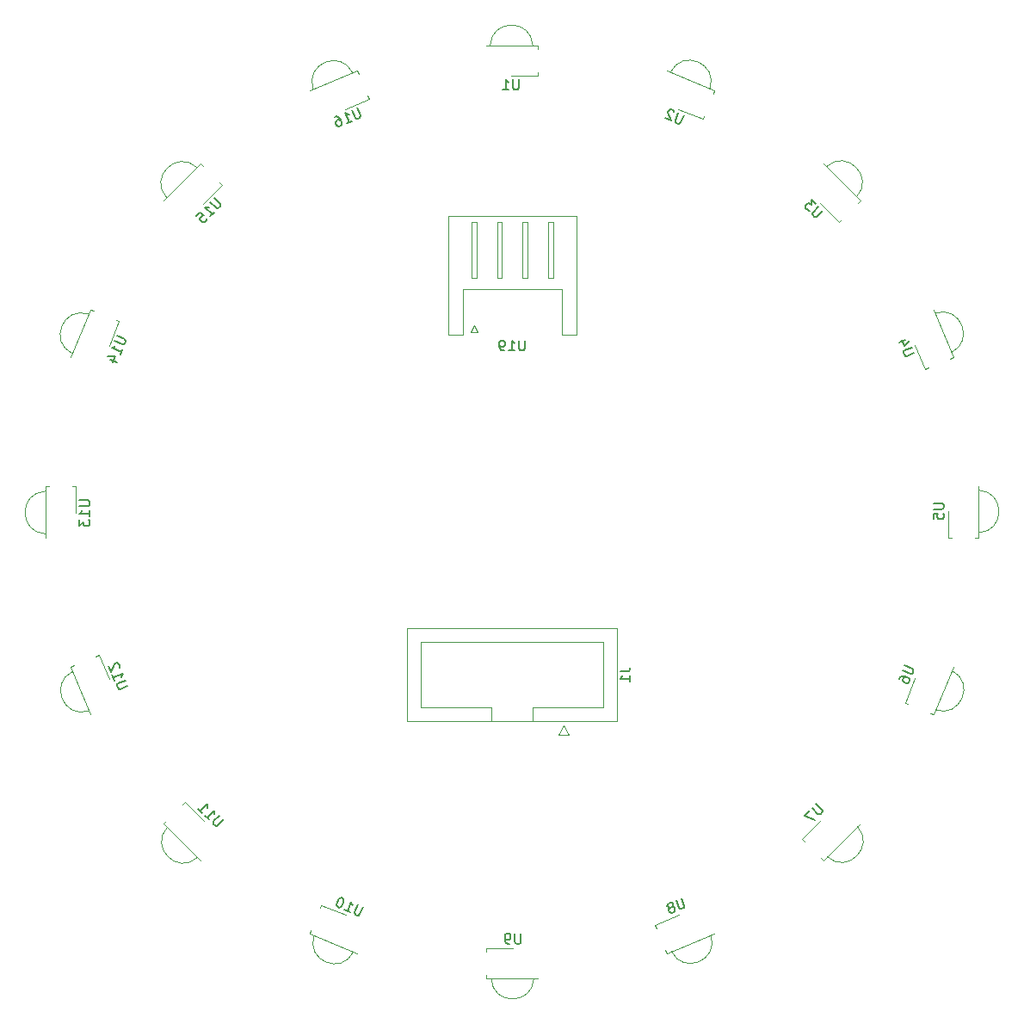
<source format=gbr>
%TF.GenerationSoftware,KiCad,Pcbnew,7.0.9*%
%TF.CreationDate,2024-06-22T15:13:25+09:00*%
%TF.ProjectId,Sensor,53656e73-6f72-42e6-9b69-6361645f7063,rev?*%
%TF.SameCoordinates,Original*%
%TF.FileFunction,Legend,Bot*%
%TF.FilePolarity,Positive*%
%FSLAX46Y46*%
G04 Gerber Fmt 4.6, Leading zero omitted, Abs format (unit mm)*
G04 Created by KiCad (PCBNEW 7.0.9) date 2024-06-22 15:13:25*
%MOMM*%
%LPD*%
G01*
G04 APERTURE LIST*
%ADD10C,0.150000*%
%ADD11C,0.120000*%
G04 APERTURE END LIST*
D10*
X169058374Y-126855649D02*
X169368165Y-127603551D01*
X169368165Y-127603551D02*
X169360617Y-127709763D01*
X169360617Y-127709763D02*
X169334846Y-127771980D01*
X169334846Y-127771980D02*
X169265080Y-127852420D01*
X169265080Y-127852420D02*
X169089103Y-127925312D01*
X169089103Y-127925312D02*
X168982892Y-127917764D01*
X168982892Y-127917764D02*
X168920674Y-127891993D01*
X168920674Y-127891993D02*
X168840234Y-127822227D01*
X168840234Y-127822227D02*
X168530443Y-127074325D01*
X168122525Y-127707173D02*
X168192290Y-127626732D01*
X168192290Y-127626732D02*
X168218061Y-127564515D01*
X168218061Y-127564515D02*
X168225610Y-127458303D01*
X168225610Y-127458303D02*
X168207387Y-127414309D01*
X168207387Y-127414309D02*
X168126946Y-127344544D01*
X168126946Y-127344544D02*
X168064729Y-127318772D01*
X168064729Y-127318772D02*
X167958517Y-127311224D01*
X167958517Y-127311224D02*
X167782540Y-127384116D01*
X167782540Y-127384116D02*
X167712775Y-127464557D01*
X167712775Y-127464557D02*
X167687004Y-127526774D01*
X167687004Y-127526774D02*
X167679455Y-127632985D01*
X167679455Y-127632985D02*
X167697678Y-127676980D01*
X167697678Y-127676980D02*
X167778119Y-127746745D01*
X167778119Y-127746745D02*
X167840336Y-127772516D01*
X167840336Y-127772516D02*
X167946548Y-127780065D01*
X167946548Y-127780065D02*
X168122525Y-127707173D01*
X168122525Y-127707173D02*
X168228736Y-127714721D01*
X168228736Y-127714721D02*
X168290953Y-127740492D01*
X168290953Y-127740492D02*
X168371394Y-127810257D01*
X168371394Y-127810257D02*
X168444286Y-127986235D01*
X168444286Y-127986235D02*
X168436738Y-128092446D01*
X168436738Y-128092446D02*
X168410966Y-128154663D01*
X168410966Y-128154663D02*
X168341201Y-128235104D01*
X168341201Y-128235104D02*
X168165224Y-128307996D01*
X168165224Y-128307996D02*
X168059012Y-128300448D01*
X168059012Y-128300448D02*
X167996795Y-128274676D01*
X167996795Y-128274676D02*
X167916355Y-128204911D01*
X167916355Y-128204911D02*
X167843463Y-128028934D01*
X167843463Y-128028934D02*
X167851011Y-127922722D01*
X167851011Y-127922722D02*
X167876782Y-127860505D01*
X167876782Y-127860505D02*
X167946548Y-127780065D01*
X153663494Y-71987619D02*
X153663494Y-72797142D01*
X153663494Y-72797142D02*
X153615875Y-72892380D01*
X153615875Y-72892380D02*
X153568256Y-72940000D01*
X153568256Y-72940000D02*
X153473018Y-72987619D01*
X153473018Y-72987619D02*
X153282542Y-72987619D01*
X153282542Y-72987619D02*
X153187304Y-72940000D01*
X153187304Y-72940000D02*
X153139685Y-72892380D01*
X153139685Y-72892380D02*
X153092066Y-72797142D01*
X153092066Y-72797142D02*
X153092066Y-71987619D01*
X152092066Y-72987619D02*
X152663494Y-72987619D01*
X152377780Y-72987619D02*
X152377780Y-71987619D01*
X152377780Y-71987619D02*
X152473018Y-72130476D01*
X152473018Y-72130476D02*
X152568256Y-72225714D01*
X152568256Y-72225714D02*
X152663494Y-72273333D01*
X151615875Y-72987619D02*
X151425399Y-72987619D01*
X151425399Y-72987619D02*
X151330161Y-72940000D01*
X151330161Y-72940000D02*
X151282542Y-72892380D01*
X151282542Y-72892380D02*
X151187304Y-72749523D01*
X151187304Y-72749523D02*
X151139685Y-72559047D01*
X151139685Y-72559047D02*
X151139685Y-72178095D01*
X151139685Y-72178095D02*
X151187304Y-72082857D01*
X151187304Y-72082857D02*
X151234923Y-72035238D01*
X151234923Y-72035238D02*
X151330161Y-71987619D01*
X151330161Y-71987619D02*
X151520637Y-71987619D01*
X151520637Y-71987619D02*
X151615875Y-72035238D01*
X151615875Y-72035238D02*
X151663494Y-72082857D01*
X151663494Y-72082857D02*
X151711113Y-72178095D01*
X151711113Y-72178095D02*
X151711113Y-72416190D01*
X151711113Y-72416190D02*
X151663494Y-72511428D01*
X151663494Y-72511428D02*
X151615875Y-72559047D01*
X151615875Y-72559047D02*
X151520637Y-72606666D01*
X151520637Y-72606666D02*
X151330161Y-72606666D01*
X151330161Y-72606666D02*
X151234923Y-72559047D01*
X151234923Y-72559047D02*
X151187304Y-72511428D01*
X151187304Y-72511428D02*
X151139685Y-72416190D01*
X137757160Y-127690510D02*
X137447368Y-128438413D01*
X137447368Y-128438413D02*
X137366928Y-128508178D01*
X137366928Y-128508178D02*
X137304711Y-128533950D01*
X137304711Y-128533950D02*
X137198499Y-128541498D01*
X137198499Y-128541498D02*
X137022522Y-128468606D01*
X137022522Y-128468606D02*
X136952757Y-128388165D01*
X136952757Y-128388165D02*
X136926985Y-128325948D01*
X136926985Y-128325948D02*
X136919437Y-128219737D01*
X136919437Y-128219737D02*
X137229228Y-127471834D01*
X135922666Y-128013030D02*
X136450597Y-128231706D01*
X136186631Y-128122368D02*
X136569315Y-127198489D01*
X136569315Y-127198489D02*
X136602634Y-127366918D01*
X136602634Y-127366918D02*
X136654177Y-127491352D01*
X136654177Y-127491352D02*
X136723942Y-127571792D01*
X135733424Y-126852251D02*
X135645435Y-126815805D01*
X135645435Y-126815805D02*
X135539223Y-126823354D01*
X135539223Y-126823354D02*
X135477006Y-126849125D01*
X135477006Y-126849125D02*
X135396566Y-126918890D01*
X135396566Y-126918890D02*
X135279680Y-127076644D01*
X135279680Y-127076644D02*
X135188564Y-127296616D01*
X135188564Y-127296616D02*
X135159667Y-127490816D01*
X135159667Y-127490816D02*
X135167215Y-127597027D01*
X135167215Y-127597027D02*
X135192986Y-127659245D01*
X135192986Y-127659245D02*
X135262752Y-127739685D01*
X135262752Y-127739685D02*
X135350740Y-127776131D01*
X135350740Y-127776131D02*
X135456952Y-127768583D01*
X135456952Y-127768583D02*
X135519169Y-127742811D01*
X135519169Y-127742811D02*
X135599609Y-127673046D01*
X135599609Y-127673046D02*
X135716496Y-127515292D01*
X135716496Y-127515292D02*
X135807611Y-127295321D01*
X135807611Y-127295321D02*
X135836508Y-127101121D01*
X135836508Y-127101121D02*
X135828960Y-126994909D01*
X135828960Y-126994909D02*
X135803189Y-126932692D01*
X135803189Y-126932692D02*
X135733424Y-126852251D01*
X191979148Y-73199178D02*
X191231246Y-73508969D01*
X191231246Y-73508969D02*
X191125034Y-73501421D01*
X191125034Y-73501421D02*
X191062817Y-73475650D01*
X191062817Y-73475650D02*
X190982377Y-73405884D01*
X190982377Y-73405884D02*
X190909485Y-73229907D01*
X190909485Y-73229907D02*
X190917033Y-73123696D01*
X190917033Y-73123696D02*
X190942804Y-73061478D01*
X190942804Y-73061478D02*
X191012570Y-72981038D01*
X191012570Y-72981038D02*
X191760472Y-72671247D01*
X191106275Y-71962917D02*
X190490355Y-72218039D01*
X191549344Y-72037104D02*
X190980545Y-72530421D01*
X190980545Y-72530421D02*
X190743646Y-71958495D01*
X137172120Y-49105621D02*
X137481912Y-49853523D01*
X137481912Y-49853523D02*
X137474363Y-49959735D01*
X137474363Y-49959735D02*
X137448592Y-50021952D01*
X137448592Y-50021952D02*
X137378827Y-50102392D01*
X137378827Y-50102392D02*
X137202850Y-50175284D01*
X137202850Y-50175284D02*
X137096638Y-50167736D01*
X137096638Y-50167736D02*
X137034421Y-50141965D01*
X137034421Y-50141965D02*
X136953980Y-50072199D01*
X136953980Y-50072199D02*
X136644189Y-49324297D01*
X136102993Y-50630860D02*
X136630924Y-50412184D01*
X136366959Y-50521522D02*
X135984275Y-49597642D01*
X135984275Y-49597642D02*
X136126933Y-49693179D01*
X136126933Y-49693179D02*
X136251367Y-49744721D01*
X136251367Y-49744721D02*
X136357579Y-49752270D01*
X134928413Y-50034995D02*
X135104390Y-49962103D01*
X135104390Y-49962103D02*
X135210601Y-49969651D01*
X135210601Y-49969651D02*
X135272819Y-49995422D01*
X135272819Y-49995422D02*
X135415476Y-50090959D01*
X135415476Y-50090959D02*
X135532363Y-50248713D01*
X135532363Y-50248713D02*
X135678147Y-50600667D01*
X135678147Y-50600667D02*
X135670599Y-50706878D01*
X135670599Y-50706878D02*
X135644827Y-50769096D01*
X135644827Y-50769096D02*
X135575062Y-50849536D01*
X135575062Y-50849536D02*
X135399085Y-50922428D01*
X135399085Y-50922428D02*
X135292873Y-50914880D01*
X135292873Y-50914880D02*
X135230656Y-50889109D01*
X135230656Y-50889109D02*
X135150216Y-50819343D01*
X135150216Y-50819343D02*
X135059100Y-50599372D01*
X135059100Y-50599372D02*
X135066649Y-50493160D01*
X135066649Y-50493160D02*
X135092420Y-50430943D01*
X135092420Y-50430943D02*
X135162185Y-50350503D01*
X135162185Y-50350503D02*
X135338163Y-50277611D01*
X135338163Y-50277611D02*
X135444374Y-50285159D01*
X135444374Y-50285159D02*
X135506591Y-50310930D01*
X135506591Y-50310930D02*
X135587032Y-50380696D01*
X163034819Y-104543266D02*
X163749104Y-104543266D01*
X163749104Y-104543266D02*
X163891961Y-104495647D01*
X163891961Y-104495647D02*
X163987200Y-104400409D01*
X163987200Y-104400409D02*
X164034819Y-104257552D01*
X164034819Y-104257552D02*
X164034819Y-104162314D01*
X164034819Y-105543266D02*
X164034819Y-104971838D01*
X164034819Y-105257552D02*
X163034819Y-105257552D01*
X163034819Y-105257552D02*
X163177676Y-105162314D01*
X163177676Y-105162314D02*
X163272914Y-105067076D01*
X163272914Y-105067076D02*
X163320533Y-104971838D01*
X124014665Y-119131675D02*
X123442245Y-119704094D01*
X123442245Y-119704094D02*
X123341230Y-119737766D01*
X123341230Y-119737766D02*
X123273886Y-119737766D01*
X123273886Y-119737766D02*
X123172871Y-119704094D01*
X123172871Y-119704094D02*
X123038184Y-119569407D01*
X123038184Y-119569407D02*
X123004512Y-119468392D01*
X123004512Y-119468392D02*
X123004512Y-119401049D01*
X123004512Y-119401049D02*
X123038184Y-119300033D01*
X123038184Y-119300033D02*
X123610604Y-118727614D01*
X122196390Y-118727614D02*
X122600451Y-119131675D01*
X122398421Y-118929644D02*
X123105528Y-118222537D01*
X123105528Y-118222537D02*
X123071856Y-118390896D01*
X123071856Y-118390896D02*
X123071856Y-118525583D01*
X123071856Y-118525583D02*
X123105528Y-118626598D01*
X121522955Y-118054179D02*
X121927016Y-118458240D01*
X121724986Y-118256209D02*
X122432093Y-117549102D01*
X122432093Y-117549102D02*
X122398421Y-117717461D01*
X122398421Y-117717461D02*
X122398421Y-117852148D01*
X122398421Y-117852148D02*
X122432093Y-117953163D01*
X153071104Y-46304819D02*
X153071104Y-47114342D01*
X153071104Y-47114342D02*
X153023485Y-47209580D01*
X153023485Y-47209580D02*
X152975866Y-47257200D01*
X152975866Y-47257200D02*
X152880628Y-47304819D01*
X152880628Y-47304819D02*
X152690152Y-47304819D01*
X152690152Y-47304819D02*
X152594914Y-47257200D01*
X152594914Y-47257200D02*
X152547295Y-47209580D01*
X152547295Y-47209580D02*
X152499676Y-47114342D01*
X152499676Y-47114342D02*
X152499676Y-46304819D01*
X151499676Y-47304819D02*
X152071104Y-47304819D01*
X151785390Y-47304819D02*
X151785390Y-46304819D01*
X151785390Y-46304819D02*
X151880628Y-46447676D01*
X151880628Y-46447676D02*
X151975866Y-46542914D01*
X151975866Y-46542914D02*
X152071104Y-46590533D01*
X182970550Y-59245535D02*
X182398130Y-59817955D01*
X182398130Y-59817955D02*
X182297115Y-59851627D01*
X182297115Y-59851627D02*
X182229771Y-59851627D01*
X182229771Y-59851627D02*
X182128756Y-59817955D01*
X182128756Y-59817955D02*
X181994069Y-59683268D01*
X181994069Y-59683268D02*
X181960397Y-59582253D01*
X181960397Y-59582253D02*
X181960397Y-59514909D01*
X181960397Y-59514909D02*
X181994069Y-59413894D01*
X181994069Y-59413894D02*
X182566489Y-58841474D01*
X182297115Y-58572100D02*
X181859382Y-58134368D01*
X181859382Y-58134368D02*
X181825710Y-58639444D01*
X181825710Y-58639444D02*
X181724695Y-58538429D01*
X181724695Y-58538429D02*
X181623680Y-58504757D01*
X181623680Y-58504757D02*
X181556336Y-58504757D01*
X181556336Y-58504757D02*
X181455321Y-58538429D01*
X181455321Y-58538429D02*
X181286962Y-58706787D01*
X181286962Y-58706787D02*
X181253290Y-58807803D01*
X181253290Y-58807803D02*
X181253290Y-58875146D01*
X181253290Y-58875146D02*
X181286962Y-58976161D01*
X181286962Y-58976161D02*
X181488993Y-59178192D01*
X181488993Y-59178192D02*
X181590008Y-59211864D01*
X181590008Y-59211864D02*
X181657351Y-59211864D01*
X182327957Y-117589051D02*
X182900377Y-118161471D01*
X182900377Y-118161471D02*
X182934049Y-118262486D01*
X182934049Y-118262486D02*
X182934049Y-118329830D01*
X182934049Y-118329830D02*
X182900377Y-118430845D01*
X182900377Y-118430845D02*
X182765690Y-118565532D01*
X182765690Y-118565532D02*
X182664675Y-118599204D01*
X182664675Y-118599204D02*
X182597331Y-118599204D01*
X182597331Y-118599204D02*
X182496316Y-118565532D01*
X182496316Y-118565532D02*
X181923896Y-117993112D01*
X181654522Y-118262486D02*
X181183118Y-118733891D01*
X181183118Y-118733891D02*
X182193270Y-119137952D01*
X191041280Y-103949782D02*
X191789183Y-104259573D01*
X191789183Y-104259573D02*
X191858948Y-104340013D01*
X191858948Y-104340013D02*
X191884720Y-104402231D01*
X191884720Y-104402231D02*
X191892268Y-104508442D01*
X191892268Y-104508442D02*
X191819376Y-104684419D01*
X191819376Y-104684419D02*
X191738935Y-104754185D01*
X191738935Y-104754185D02*
X191676718Y-104779956D01*
X191676718Y-104779956D02*
X191570507Y-104787504D01*
X191570507Y-104787504D02*
X190822604Y-104477713D01*
X190476367Y-105313604D02*
X190549259Y-105137627D01*
X190549259Y-105137627D02*
X190629699Y-105067861D01*
X190629699Y-105067861D02*
X190691916Y-105042090D01*
X190691916Y-105042090D02*
X190860345Y-105008770D01*
X190860345Y-105008770D02*
X191054545Y-105037668D01*
X191054545Y-105037668D02*
X191406499Y-105183452D01*
X191406499Y-105183452D02*
X191476265Y-105263893D01*
X191476265Y-105263893D02*
X191502036Y-105326110D01*
X191502036Y-105326110D02*
X191509584Y-105432322D01*
X191509584Y-105432322D02*
X191436692Y-105608299D01*
X191436692Y-105608299D02*
X191356252Y-105678064D01*
X191356252Y-105678064D02*
X191294035Y-105703835D01*
X191294035Y-105703835D02*
X191187823Y-105711384D01*
X191187823Y-105711384D02*
X190967852Y-105620268D01*
X190967852Y-105620268D02*
X190898086Y-105539828D01*
X190898086Y-105539828D02*
X190872315Y-105477611D01*
X190872315Y-105477611D02*
X190864767Y-105371399D01*
X190864767Y-105371399D02*
X190937659Y-105195422D01*
X190937659Y-105195422D02*
X191018099Y-105125657D01*
X191018099Y-105125657D02*
X191080317Y-105099886D01*
X191080317Y-105099886D02*
X191186528Y-105092337D01*
X169307861Y-49801492D02*
X168998070Y-50549395D01*
X168998070Y-50549395D02*
X168917630Y-50619160D01*
X168917630Y-50619160D02*
X168855412Y-50644932D01*
X168855412Y-50644932D02*
X168749201Y-50652480D01*
X168749201Y-50652480D02*
X168573224Y-50579588D01*
X168573224Y-50579588D02*
X168503458Y-50499147D01*
X168503458Y-50499147D02*
X168477687Y-50436930D01*
X168477687Y-50436930D02*
X168470139Y-50330719D01*
X168470139Y-50330719D02*
X168779930Y-49582816D01*
X168347536Y-49506797D02*
X168321765Y-49444580D01*
X168321765Y-49444580D02*
X168251999Y-49364140D01*
X168251999Y-49364140D02*
X168032028Y-49273025D01*
X168032028Y-49273025D02*
X167925816Y-49280573D01*
X167925816Y-49280573D02*
X167863599Y-49306344D01*
X167863599Y-49306344D02*
X167783159Y-49376110D01*
X167783159Y-49376110D02*
X167746713Y-49464098D01*
X167746713Y-49464098D02*
X167736038Y-49614304D01*
X167736038Y-49614304D02*
X168045293Y-50360911D01*
X168045293Y-50360911D02*
X167473367Y-50124012D01*
X113516722Y-71519195D02*
X114264625Y-71828987D01*
X114264625Y-71828987D02*
X114334390Y-71909427D01*
X114334390Y-71909427D02*
X114360162Y-71971644D01*
X114360162Y-71971644D02*
X114367710Y-72077856D01*
X114367710Y-72077856D02*
X114294818Y-72253833D01*
X114294818Y-72253833D02*
X114214377Y-72323598D01*
X114214377Y-72323598D02*
X114152160Y-72349370D01*
X114152160Y-72349370D02*
X114045949Y-72356918D01*
X114045949Y-72356918D02*
X113298046Y-72047127D01*
X113839242Y-73353689D02*
X114057918Y-72825758D01*
X113948580Y-73089724D02*
X113024701Y-72707040D01*
X113024701Y-72707040D02*
X113193130Y-72673721D01*
X113193130Y-72673721D02*
X113317564Y-72622178D01*
X113317564Y-72622178D02*
X113398004Y-72552413D01*
X112895308Y-73890464D02*
X113511228Y-74145586D01*
X112634469Y-73524708D02*
X113385498Y-73578082D01*
X113385498Y-73578082D02*
X113148599Y-74150008D01*
X153252704Y-130338819D02*
X153252704Y-131148342D01*
X153252704Y-131148342D02*
X153205085Y-131243580D01*
X153205085Y-131243580D02*
X153157466Y-131291200D01*
X153157466Y-131291200D02*
X153062228Y-131338819D01*
X153062228Y-131338819D02*
X152871752Y-131338819D01*
X152871752Y-131338819D02*
X152776514Y-131291200D01*
X152776514Y-131291200D02*
X152728895Y-131243580D01*
X152728895Y-131243580D02*
X152681276Y-131148342D01*
X152681276Y-131148342D02*
X152681276Y-130338819D01*
X152157466Y-131338819D02*
X151966990Y-131338819D01*
X151966990Y-131338819D02*
X151871752Y-131291200D01*
X151871752Y-131291200D02*
X151824133Y-131243580D01*
X151824133Y-131243580D02*
X151728895Y-131100723D01*
X151728895Y-131100723D02*
X151681276Y-130910247D01*
X151681276Y-130910247D02*
X151681276Y-130529295D01*
X151681276Y-130529295D02*
X151728895Y-130434057D01*
X151728895Y-130434057D02*
X151776514Y-130386438D01*
X151776514Y-130386438D02*
X151871752Y-130338819D01*
X151871752Y-130338819D02*
X152062228Y-130338819D01*
X152062228Y-130338819D02*
X152157466Y-130386438D01*
X152157466Y-130386438D02*
X152205085Y-130434057D01*
X152205085Y-130434057D02*
X152252704Y-130529295D01*
X152252704Y-130529295D02*
X152252704Y-130767390D01*
X152252704Y-130767390D02*
X152205085Y-130862628D01*
X152205085Y-130862628D02*
X152157466Y-130910247D01*
X152157466Y-130910247D02*
X152062228Y-130957866D01*
X152062228Y-130957866D02*
X151871752Y-130957866D01*
X151871752Y-130957866D02*
X151776514Y-130910247D01*
X151776514Y-130910247D02*
X151728895Y-130862628D01*
X151728895Y-130862628D02*
X151681276Y-130767390D01*
X193871819Y-88014295D02*
X194681342Y-88014295D01*
X194681342Y-88014295D02*
X194776580Y-88061914D01*
X194776580Y-88061914D02*
X194824200Y-88109533D01*
X194824200Y-88109533D02*
X194871819Y-88204771D01*
X194871819Y-88204771D02*
X194871819Y-88395247D01*
X194871819Y-88395247D02*
X194824200Y-88490485D01*
X194824200Y-88490485D02*
X194776580Y-88538104D01*
X194776580Y-88538104D02*
X194681342Y-88585723D01*
X194681342Y-88585723D02*
X193871819Y-88585723D01*
X193871819Y-89538104D02*
X193871819Y-89061914D01*
X193871819Y-89061914D02*
X194348009Y-89014295D01*
X194348009Y-89014295D02*
X194300390Y-89061914D01*
X194300390Y-89061914D02*
X194252771Y-89157152D01*
X194252771Y-89157152D02*
X194252771Y-89395247D01*
X194252771Y-89395247D02*
X194300390Y-89490485D01*
X194300390Y-89490485D02*
X194348009Y-89538104D01*
X194348009Y-89538104D02*
X194443247Y-89585723D01*
X194443247Y-89585723D02*
X194681342Y-89585723D01*
X194681342Y-89585723D02*
X194776580Y-89538104D01*
X194776580Y-89538104D02*
X194824200Y-89490485D01*
X194824200Y-89490485D02*
X194871819Y-89395247D01*
X194871819Y-89395247D02*
X194871819Y-89157152D01*
X194871819Y-89157152D02*
X194824200Y-89061914D01*
X194824200Y-89061914D02*
X194776580Y-89014295D01*
X109837819Y-87719705D02*
X110647342Y-87719705D01*
X110647342Y-87719705D02*
X110742580Y-87767324D01*
X110742580Y-87767324D02*
X110790200Y-87814943D01*
X110790200Y-87814943D02*
X110837819Y-87910181D01*
X110837819Y-87910181D02*
X110837819Y-88100657D01*
X110837819Y-88100657D02*
X110790200Y-88195895D01*
X110790200Y-88195895D02*
X110742580Y-88243514D01*
X110742580Y-88243514D02*
X110647342Y-88291133D01*
X110647342Y-88291133D02*
X109837819Y-88291133D01*
X110837819Y-89291133D02*
X110837819Y-88719705D01*
X110837819Y-89005419D02*
X109837819Y-89005419D01*
X109837819Y-89005419D02*
X109980676Y-88910181D01*
X109980676Y-88910181D02*
X110075914Y-88814943D01*
X110075914Y-88814943D02*
X110123533Y-88719705D01*
X109837819Y-89624467D02*
X109837819Y-90243514D01*
X109837819Y-90243514D02*
X110218771Y-89910181D01*
X110218771Y-89910181D02*
X110218771Y-90053038D01*
X110218771Y-90053038D02*
X110266390Y-90148276D01*
X110266390Y-90148276D02*
X110314009Y-90195895D01*
X110314009Y-90195895D02*
X110409247Y-90243514D01*
X110409247Y-90243514D02*
X110647342Y-90243514D01*
X110647342Y-90243514D02*
X110742580Y-90195895D01*
X110742580Y-90195895D02*
X110790200Y-90148276D01*
X110790200Y-90148276D02*
X110837819Y-90053038D01*
X110837819Y-90053038D02*
X110837819Y-89767324D01*
X110837819Y-89767324D02*
X110790200Y-89672086D01*
X110790200Y-89672086D02*
X110742580Y-89624467D01*
X114593580Y-105965316D02*
X113845678Y-106275108D01*
X113845678Y-106275108D02*
X113739466Y-106267559D01*
X113739466Y-106267559D02*
X113677249Y-106241788D01*
X113677249Y-106241788D02*
X113596809Y-106172023D01*
X113596809Y-106172023D02*
X113523917Y-105996046D01*
X113523917Y-105996046D02*
X113531465Y-105889834D01*
X113531465Y-105889834D02*
X113557236Y-105827617D01*
X113557236Y-105827617D02*
X113627002Y-105747176D01*
X113627002Y-105747176D02*
X114374904Y-105437385D01*
X113068341Y-104896189D02*
X113287017Y-105424120D01*
X113177679Y-105160155D02*
X114101559Y-104777471D01*
X114101559Y-104777471D02*
X114006022Y-104920129D01*
X114006022Y-104920129D02*
X113954480Y-105044563D01*
X113954480Y-105044563D02*
X113946931Y-105150775D01*
X113758448Y-104197997D02*
X113784219Y-104135780D01*
X113784219Y-104135780D02*
X113791767Y-104029569D01*
X113791767Y-104029569D02*
X113700652Y-103809597D01*
X113700652Y-103809597D02*
X113620212Y-103739832D01*
X113620212Y-103739832D02*
X113557995Y-103714061D01*
X113557995Y-103714061D02*
X113451783Y-103706512D01*
X113451783Y-103706512D02*
X113363795Y-103742958D01*
X113363795Y-103742958D02*
X113250035Y-103841622D01*
X113250035Y-103841622D02*
X112940780Y-104588229D01*
X112940780Y-104588229D02*
X112703881Y-104016304D01*
X123115253Y-57959732D02*
X123687672Y-58532152D01*
X123687672Y-58532152D02*
X123721344Y-58633167D01*
X123721344Y-58633167D02*
X123721344Y-58700511D01*
X123721344Y-58700511D02*
X123687672Y-58801526D01*
X123687672Y-58801526D02*
X123552985Y-58936213D01*
X123552985Y-58936213D02*
X123451970Y-58969885D01*
X123451970Y-58969885D02*
X123384627Y-58969885D01*
X123384627Y-58969885D02*
X123283611Y-58936213D01*
X123283611Y-58936213D02*
X122711192Y-58363793D01*
X122711192Y-59778007D02*
X123115253Y-59373946D01*
X122913222Y-59575976D02*
X122206115Y-58868869D01*
X122206115Y-58868869D02*
X122374474Y-58902541D01*
X122374474Y-58902541D02*
X122509161Y-58902541D01*
X122509161Y-58902541D02*
X122610176Y-58868869D01*
X121364321Y-59710663D02*
X121701039Y-59373946D01*
X121701039Y-59373946D02*
X122071428Y-59676991D01*
X122071428Y-59676991D02*
X122004085Y-59676991D01*
X122004085Y-59676991D02*
X121903070Y-59710663D01*
X121903070Y-59710663D02*
X121734711Y-59879022D01*
X121734711Y-59879022D02*
X121701039Y-59980037D01*
X121701039Y-59980037D02*
X121701039Y-60047381D01*
X121701039Y-60047381D02*
X121734711Y-60148396D01*
X121734711Y-60148396D02*
X121903070Y-60316755D01*
X121903070Y-60316755D02*
X122004085Y-60350427D01*
X122004085Y-60350427D02*
X122071428Y-60350427D01*
X122071428Y-60350427D02*
X122172444Y-60316755D01*
X122172444Y-60316755D02*
X122340802Y-60148396D01*
X122340802Y-60148396D02*
X122374474Y-60047381D01*
X122374474Y-60047381D02*
X122374474Y-59980037D01*
D11*
%TO.C,U8*%
X167616521Y-132264313D02*
X172319068Y-130316454D01*
X167486409Y-131950194D02*
X167616521Y-132264313D01*
X166598583Y-129806794D02*
X166464644Y-129483436D01*
X166464644Y-129483436D02*
X168866731Y-128488459D01*
X168078462Y-132072971D02*
G75*
G03*
X171959342Y-130467337I1901878J896023D01*
G01*
%TO.C,U19*%
X146115400Y-59722800D02*
X146115400Y-71442800D01*
X146115400Y-71442800D02*
X147535400Y-71442800D01*
X147535400Y-66942800D02*
X152425400Y-66942800D01*
X147535400Y-71442800D02*
X147535400Y-66942800D01*
X148375400Y-71132800D02*
X148975400Y-71132800D01*
X148425400Y-60332800D02*
X148925400Y-60332800D01*
X148425400Y-65832800D02*
X148425400Y-60332800D01*
X148675400Y-70532800D02*
X148375400Y-71132800D01*
X148925400Y-60332800D02*
X148925400Y-65832800D01*
X148925400Y-65832800D02*
X148425400Y-65832800D01*
X148975400Y-71132800D02*
X148675400Y-70532800D01*
X150925400Y-60332800D02*
X151425400Y-60332800D01*
X150925400Y-65832800D02*
X150925400Y-60332800D01*
X151425400Y-60332800D02*
X151425400Y-65832800D01*
X151425400Y-65832800D02*
X150925400Y-65832800D01*
X152425400Y-59722800D02*
X146115400Y-59722800D01*
X152425400Y-59722800D02*
X158735400Y-59722800D01*
X153425400Y-60332800D02*
X153925400Y-60332800D01*
X153425400Y-65832800D02*
X153425400Y-60332800D01*
X153925400Y-60332800D02*
X153925400Y-65832800D01*
X153925400Y-65832800D02*
X153425400Y-65832800D01*
X155925400Y-60332800D02*
X156425400Y-60332800D01*
X155925400Y-65832800D02*
X155925400Y-60332800D01*
X156425400Y-60332800D02*
X156425400Y-65832800D01*
X156425400Y-65832800D02*
X155925400Y-65832800D01*
X157315400Y-66942800D02*
X152425400Y-66942800D01*
X157315400Y-71442800D02*
X157315400Y-66942800D01*
X158735400Y-59722800D02*
X158735400Y-71442800D01*
X158735400Y-71442800D02*
X157315400Y-71442800D01*
%TO.C,U10*%
X132473171Y-130313239D02*
X137175718Y-132261098D01*
X132603283Y-129999120D02*
X132473171Y-130313239D01*
X133491109Y-127855720D02*
X133625048Y-127532362D01*
X133625048Y-127532362D02*
X136027135Y-128527339D01*
X132935110Y-130504581D02*
G75*
G03*
X136814663Y-132113424I1978416J-711247D01*
G01*
%TO.C,U4*%
X195797313Y-73650479D02*
X193849454Y-68947932D01*
X195483194Y-73780591D02*
X195797313Y-73650479D01*
X193339794Y-74668417D02*
X193016436Y-74802356D01*
X193016436Y-74802356D02*
X192021459Y-72400269D01*
X195605971Y-73188538D02*
G75*
G03*
X194000337Y-69307658I-896023J1901878D01*
G01*
%TO.C,U16*%
X137183479Y-45469687D02*
X132480932Y-47417546D01*
X137313591Y-45783806D02*
X137183479Y-45469687D01*
X138201417Y-47927206D02*
X138335356Y-48250564D01*
X138335356Y-48250564D02*
X135933269Y-49245541D01*
X136721538Y-45661029D02*
G75*
G03*
X132840658Y-47266663I-1901878J-896023D01*
G01*
%TO.C,J1*%
X156980000Y-110826600D02*
X157480000Y-109826600D01*
X157980000Y-110826600D02*
X156980000Y-110826600D01*
X157480000Y-109826600D02*
X157980000Y-110826600D01*
X142110000Y-109436600D02*
X162690000Y-109436600D01*
X154450000Y-109436600D02*
X154450000Y-108126600D01*
X162690000Y-109436600D02*
X162690000Y-100316600D01*
X143410000Y-108126600D02*
X150350000Y-108126600D01*
X150350000Y-108126600D02*
X150350000Y-109436600D01*
X150350000Y-108126600D02*
X150350000Y-108126600D01*
X154450000Y-108126600D02*
X161390000Y-108126600D01*
X161390000Y-108126600D02*
X161390000Y-101626600D01*
X143410000Y-101626600D02*
X143410000Y-108126600D01*
X161390000Y-101626600D02*
X143410000Y-101626600D01*
X142110000Y-100316600D02*
X142110000Y-109436600D01*
X162690000Y-100316600D02*
X142110000Y-100316600D01*
%TO.C,U11*%
X118129221Y-119532665D02*
X121728394Y-123131839D01*
X118369637Y-119292249D02*
X118129221Y-119532665D01*
X120010125Y-117651761D02*
X120257612Y-117404274D01*
X120257612Y-117404274D02*
X122096090Y-119242752D01*
X118482773Y-119886219D02*
G75*
G03*
X121451337Y-122857236I1555636J-1414213D01*
G01*
%TO.C,U1*%
X154949200Y-42950000D02*
X149859200Y-42950000D01*
X154949200Y-43290000D02*
X154949200Y-42950000D01*
X154949200Y-45610000D02*
X154949200Y-45960000D01*
X154949200Y-45960000D02*
X152349200Y-45960000D01*
X154449199Y-42950000D02*
G75*
G03*
X150249284Y-42948264I-2099999J-100000D01*
G01*
%TO.C,U3*%
X186670779Y-58201335D02*
X183071606Y-54602161D01*
X186430363Y-58441751D02*
X186670779Y-58201335D01*
X184789875Y-60082239D02*
X184542388Y-60329726D01*
X184542388Y-60329726D02*
X182703910Y-58491248D01*
X186317227Y-57847781D02*
G75*
G03*
X183348663Y-54876764I-1555636J1414213D01*
G01*
%TO.C,U7*%
X183065665Y-123137779D02*
X186664839Y-119538606D01*
X182825249Y-122897363D02*
X183065665Y-123137779D01*
X181184761Y-121256875D02*
X180937274Y-121009388D01*
X180937274Y-121009388D02*
X182775752Y-119170910D01*
X183419219Y-122784227D02*
G75*
G03*
X186390236Y-119815663I1414213J1555636D01*
G01*
%TO.C,U6*%
X193846239Y-108793829D02*
X195794098Y-104091282D01*
X193532120Y-108663717D02*
X193846239Y-108793829D01*
X191388720Y-107775891D02*
X191065362Y-107641952D01*
X191065362Y-107641952D02*
X192060339Y-105239865D01*
X194037581Y-108331890D02*
G75*
G03*
X195646424Y-104452337I711247J1978416D01*
G01*
%TO.C,U2*%
X172326829Y-47420761D02*
X167624282Y-45472902D01*
X172196717Y-47734880D02*
X172326829Y-47420761D01*
X171308891Y-49878280D02*
X171174952Y-50201638D01*
X171174952Y-50201638D02*
X168772865Y-49206661D01*
X171864890Y-47229419D02*
G75*
G03*
X167985337Y-45620576I-1978416J711247D01*
G01*
%TO.C,U14*%
X110953761Y-68940171D02*
X109005902Y-73642718D01*
X111267880Y-69070283D02*
X110953761Y-68940171D01*
X113411280Y-69958109D02*
X113734638Y-70092048D01*
X113734638Y-70092048D02*
X112739661Y-72494135D01*
X110762419Y-69402110D02*
G75*
G03*
X109153576Y-73281663I-711247J-1978416D01*
G01*
%TO.C,U9*%
X149850800Y-134784000D02*
X154940800Y-134784000D01*
X149850800Y-134444000D02*
X149850800Y-134784000D01*
X149850800Y-132124000D02*
X149850800Y-131774000D01*
X149850800Y-131774000D02*
X152450800Y-131774000D01*
X150350801Y-134784000D02*
G75*
G03*
X154550716Y-134785736I2099999J100000D01*
G01*
%TO.C,U5*%
X198317000Y-91416200D02*
X198317000Y-86326200D01*
X197977000Y-91416200D02*
X198317000Y-91416200D01*
X195657000Y-91416200D02*
X195307000Y-91416200D01*
X195307000Y-91416200D02*
X195307000Y-88816200D01*
X198317000Y-90916199D02*
G75*
G03*
X198318736Y-86716284I-100000J2099999D01*
G01*
%TO.C,U13*%
X106483000Y-86317800D02*
X106483000Y-91407800D01*
X106823000Y-86317800D02*
X106483000Y-86317800D01*
X109143000Y-86317800D02*
X109493000Y-86317800D01*
X109493000Y-86317800D02*
X109493000Y-88917800D01*
X106483000Y-86817801D02*
G75*
G03*
X106481264Y-91017716I100000J-2099999D01*
G01*
%TO.C,U12*%
X109002687Y-104083521D02*
X110950546Y-108786068D01*
X109316806Y-103953409D02*
X109002687Y-104083521D01*
X111460206Y-103065583D02*
X111783564Y-102931644D01*
X111783564Y-102931644D02*
X112778541Y-105333731D01*
X109194029Y-104545462D02*
G75*
G03*
X110799663Y-108426342I896023J-1901878D01*
G01*
%TO.C,U15*%
X121734335Y-54596221D02*
X118135161Y-58195394D01*
X121974751Y-54836637D02*
X121734335Y-54596221D01*
X123615239Y-56477125D02*
X123862726Y-56724612D01*
X123862726Y-56724612D02*
X122024248Y-58563090D01*
X121380781Y-54949773D02*
G75*
G03*
X118409764Y-57918337I-1414213J-1555636D01*
G01*
%TD*%
M02*

</source>
